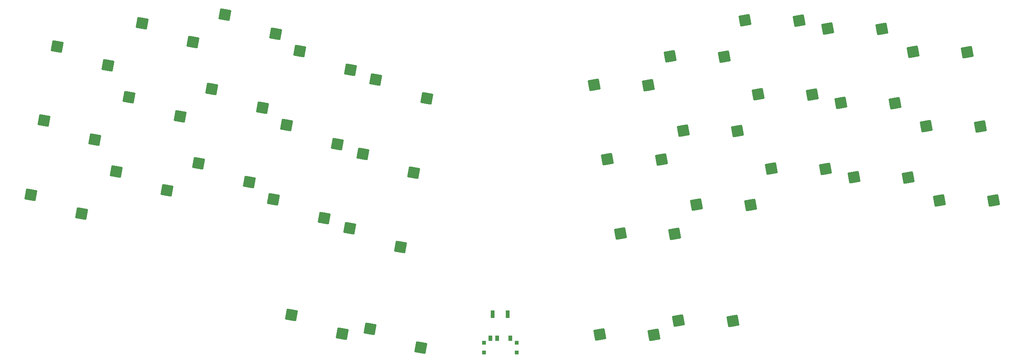
<source format=gbp>
%TF.GenerationSoftware,KiCad,Pcbnew,7.0.6*%
%TF.CreationDate,2023-07-14T19:01:00+02:00*%
%TF.ProjectId,Choc34SB,43686f63-3334-4534-922e-6b696361645f,rev?*%
%TF.SameCoordinates,Original*%
%TF.FileFunction,Paste,Bot*%
%TF.FilePolarity,Positive*%
%FSLAX46Y46*%
G04 Gerber Fmt 4.6, Leading zero omitted, Abs format (unit mm)*
G04 Created by KiCad (PCBNEW 7.0.6) date 2023-07-14 19:01:00*
%MOMM*%
%LPD*%
G01*
G04 APERTURE LIST*
G04 Aperture macros list*
%AMRoundRect*
0 Rectangle with rounded corners*
0 $1 Rounding radius*
0 $2 $3 $4 $5 $6 $7 $8 $9 X,Y pos of 4 corners*
0 Add a 4 corners polygon primitive as box body*
4,1,4,$2,$3,$4,$5,$6,$7,$8,$9,$2,$3,0*
0 Add four circle primitives for the rounded corners*
1,1,$1+$1,$2,$3*
1,1,$1+$1,$4,$5*
1,1,$1+$1,$6,$7*
1,1,$1+$1,$8,$9*
0 Add four rect primitives between the rounded corners*
20,1,$1+$1,$2,$3,$4,$5,0*
20,1,$1+$1,$4,$5,$6,$7,0*
20,1,$1+$1,$6,$7,$8,$9,0*
20,1,$1+$1,$8,$9,$2,$3,0*%
G04 Aperture macros list end*
%ADD10RoundRect,0.250000X-1.183076X-0.806818X0.835780X-1.162797X1.183076X0.806818X-0.835780X1.162797X0*%
%ADD11RoundRect,0.250000X-0.835780X-1.162797X1.183076X-0.806818X0.835780X1.162797X-1.183076X0.806818X0*%
%ADD12R,0.900000X1.700000*%
%ADD13R,0.900000X0.900000*%
%ADD14R,0.900000X1.250000*%
G04 APERTURE END LIST*
D10*
X105729038Y-118944431D03*
X117164705Y-123194786D03*
D11*
X210812585Y-69173845D03*
X223012304Y-69256644D03*
X192894010Y-120159966D03*
X205093729Y-120242765D03*
X232376753Y-87812426D03*
X244576472Y-87895225D03*
D10*
X121787531Y-82580508D03*
X133223198Y-86830863D03*
D11*
X176835514Y-83796047D03*
X189035233Y-83878846D03*
X175167470Y-123285642D03*
X187367189Y-123368441D03*
D10*
X104651393Y-76106494D03*
X116087060Y-80356849D03*
X87810459Y-67958304D03*
X99246126Y-72208659D03*
X66246298Y-86596892D03*
X77681965Y-90847247D03*
X84858440Y-84700043D03*
X96294107Y-88950398D03*
D11*
X193971647Y-77322034D03*
X206171366Y-77404833D03*
D10*
X107603411Y-59364766D03*
X119039078Y-63615121D03*
D11*
X179787537Y-100537782D03*
X191987256Y-100620581D03*
D10*
X118835504Y-99322240D03*
X130271171Y-103572595D03*
X52947786Y-58358621D03*
X64383453Y-62608976D03*
D11*
X213764600Y-85915576D03*
X225964319Y-85998375D03*
X191019632Y-60580305D03*
X203219351Y-60663104D03*
D10*
X90762471Y-51216578D03*
X102198138Y-55466933D03*
D11*
X226472709Y-54328967D03*
X238672428Y-54411766D03*
D10*
X49995765Y-75100363D03*
X61431432Y-79350718D03*
X124739546Y-65838778D03*
X136175213Y-70089133D03*
D11*
X173883498Y-67054313D03*
X186083217Y-67137112D03*
X196923671Y-94063765D03*
X209123390Y-94146564D03*
D10*
X47043746Y-91842097D03*
X58479413Y-96092452D03*
X72150335Y-53113436D03*
X83586002Y-57363791D03*
X123455578Y-122070100D03*
X134891245Y-126320455D03*
D11*
X248627281Y-76315901D03*
X260827000Y-76398700D03*
X229424725Y-71070698D03*
X241624444Y-71153497D03*
D10*
X69198319Y-69855156D03*
X80633986Y-74105511D03*
D11*
X207860570Y-52432114D03*
X220060289Y-52514913D03*
X245675258Y-59574167D03*
X257874977Y-59656966D03*
D10*
X101699377Y-92848225D03*
X113135044Y-97098580D03*
D11*
X251579296Y-93057631D03*
X263779015Y-93140430D03*
D12*
X154458350Y-118712982D03*
X151058350Y-118712982D03*
D13*
X149058346Y-125158709D03*
X149058346Y-127358709D03*
X156458346Y-125158709D03*
X156458346Y-127358709D03*
D14*
X155008346Y-124183709D03*
X152008346Y-124183709D03*
X150508346Y-124183709D03*
M02*

</source>
